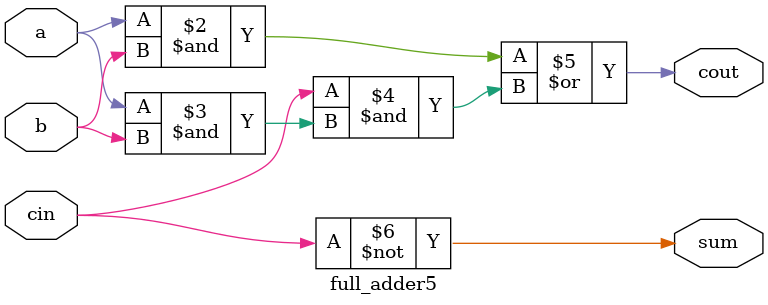
<source format=v>
module full_adder5(a,b,cin,sum,cout);
input a,b,cin;
output sum,cout;
assign sum = 1'b1^cin;
assign cout = a&b|cin&(a&b); 
// initial begin
//     $display("The incorrect adder with xor0 and xor1 having out/1 and in1/1");
// end   
endmodule
</source>
